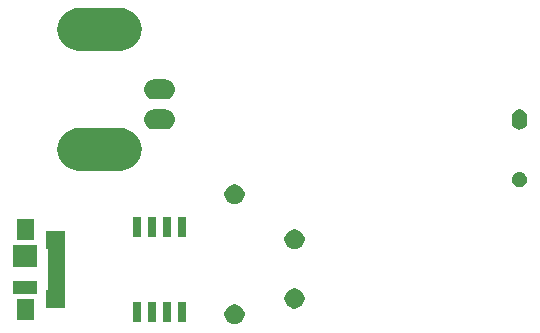
<source format=gbr>
G04 #@! TF.GenerationSoftware,KiCad,Pcbnew,(5.1.5)-3*
G04 #@! TF.CreationDate,2020-02-27T09:25:40+00:00*
G04 #@! TF.ProjectId,fast_diode_pcb,66617374-5f64-4696-9f64-655f7063622e,rev?*
G04 #@! TF.SameCoordinates,Original*
G04 #@! TF.FileFunction,Soldermask,Top*
G04 #@! TF.FilePolarity,Negative*
%FSLAX46Y46*%
G04 Gerber Fmt 4.6, Leading zero omitted, Abs format (unit mm)*
G04 Created by KiCad (PCBNEW (5.1.5)-3) date 2020-02-27 09:25:40*
%MOMM*%
%LPD*%
G04 APERTURE LIST*
%ADD10C,0.100000*%
G04 APERTURE END LIST*
D10*
G36*
X125978228Y-113481703D02*
G01*
X126133100Y-113545853D01*
X126272481Y-113638985D01*
X126391015Y-113757519D01*
X126484147Y-113896900D01*
X126548297Y-114051772D01*
X126581000Y-114216184D01*
X126581000Y-114383816D01*
X126548297Y-114548228D01*
X126484147Y-114703100D01*
X126391015Y-114842481D01*
X126272481Y-114961015D01*
X126133100Y-115054147D01*
X125978228Y-115118297D01*
X125813816Y-115151000D01*
X125646184Y-115151000D01*
X125481772Y-115118297D01*
X125326900Y-115054147D01*
X125187519Y-114961015D01*
X125068985Y-114842481D01*
X124975853Y-114703100D01*
X124911703Y-114548228D01*
X124879000Y-114383816D01*
X124879000Y-114216184D01*
X124911703Y-114051772D01*
X124975853Y-113896900D01*
X125068985Y-113757519D01*
X125187519Y-113638985D01*
X125326900Y-113545853D01*
X125481772Y-113481703D01*
X125646184Y-113449000D01*
X125813816Y-113449000D01*
X125978228Y-113481703D01*
G37*
G36*
X121544928Y-113241764D02*
G01*
X121566009Y-113248160D01*
X121585445Y-113258548D01*
X121602476Y-113272524D01*
X121616452Y-113289555D01*
X121626840Y-113308991D01*
X121633236Y-113330072D01*
X121636000Y-113358140D01*
X121636000Y-114821860D01*
X121633236Y-114849928D01*
X121626840Y-114871009D01*
X121616452Y-114890445D01*
X121602476Y-114907476D01*
X121585445Y-114921452D01*
X121566009Y-114931840D01*
X121544928Y-114938236D01*
X121516860Y-114941000D01*
X121053140Y-114941000D01*
X121025072Y-114938236D01*
X121003991Y-114931840D01*
X120984555Y-114921452D01*
X120967524Y-114907476D01*
X120953548Y-114890445D01*
X120943160Y-114871009D01*
X120936764Y-114849928D01*
X120934000Y-114821860D01*
X120934000Y-113358140D01*
X120936764Y-113330072D01*
X120943160Y-113308991D01*
X120953548Y-113289555D01*
X120967524Y-113272524D01*
X120984555Y-113258548D01*
X121003991Y-113248160D01*
X121025072Y-113241764D01*
X121053140Y-113239000D01*
X121516860Y-113239000D01*
X121544928Y-113241764D01*
G37*
G36*
X120274928Y-113241764D02*
G01*
X120296009Y-113248160D01*
X120315445Y-113258548D01*
X120332476Y-113272524D01*
X120346452Y-113289555D01*
X120356840Y-113308991D01*
X120363236Y-113330072D01*
X120366000Y-113358140D01*
X120366000Y-114821860D01*
X120363236Y-114849928D01*
X120356840Y-114871009D01*
X120346452Y-114890445D01*
X120332476Y-114907476D01*
X120315445Y-114921452D01*
X120296009Y-114931840D01*
X120274928Y-114938236D01*
X120246860Y-114941000D01*
X119783140Y-114941000D01*
X119755072Y-114938236D01*
X119733991Y-114931840D01*
X119714555Y-114921452D01*
X119697524Y-114907476D01*
X119683548Y-114890445D01*
X119673160Y-114871009D01*
X119666764Y-114849928D01*
X119664000Y-114821860D01*
X119664000Y-113358140D01*
X119666764Y-113330072D01*
X119673160Y-113308991D01*
X119683548Y-113289555D01*
X119697524Y-113272524D01*
X119714555Y-113258548D01*
X119733991Y-113248160D01*
X119755072Y-113241764D01*
X119783140Y-113239000D01*
X120246860Y-113239000D01*
X120274928Y-113241764D01*
G37*
G36*
X119004928Y-113241764D02*
G01*
X119026009Y-113248160D01*
X119045445Y-113258548D01*
X119062476Y-113272524D01*
X119076452Y-113289555D01*
X119086840Y-113308991D01*
X119093236Y-113330072D01*
X119096000Y-113358140D01*
X119096000Y-114821860D01*
X119093236Y-114849928D01*
X119086840Y-114871009D01*
X119076452Y-114890445D01*
X119062476Y-114907476D01*
X119045445Y-114921452D01*
X119026009Y-114931840D01*
X119004928Y-114938236D01*
X118976860Y-114941000D01*
X118513140Y-114941000D01*
X118485072Y-114938236D01*
X118463991Y-114931840D01*
X118444555Y-114921452D01*
X118427524Y-114907476D01*
X118413548Y-114890445D01*
X118403160Y-114871009D01*
X118396764Y-114849928D01*
X118394000Y-114821860D01*
X118394000Y-113358140D01*
X118396764Y-113330072D01*
X118403160Y-113308991D01*
X118413548Y-113289555D01*
X118427524Y-113272524D01*
X118444555Y-113258548D01*
X118463991Y-113248160D01*
X118485072Y-113241764D01*
X118513140Y-113239000D01*
X118976860Y-113239000D01*
X119004928Y-113241764D01*
G37*
G36*
X117734928Y-113241764D02*
G01*
X117756009Y-113248160D01*
X117775445Y-113258548D01*
X117792476Y-113272524D01*
X117806452Y-113289555D01*
X117816840Y-113308991D01*
X117823236Y-113330072D01*
X117826000Y-113358140D01*
X117826000Y-114821860D01*
X117823236Y-114849928D01*
X117816840Y-114871009D01*
X117806452Y-114890445D01*
X117792476Y-114907476D01*
X117775445Y-114921452D01*
X117756009Y-114931840D01*
X117734928Y-114938236D01*
X117706860Y-114941000D01*
X117243140Y-114941000D01*
X117215072Y-114938236D01*
X117193991Y-114931840D01*
X117174555Y-114921452D01*
X117157524Y-114907476D01*
X117143548Y-114890445D01*
X117133160Y-114871009D01*
X117126764Y-114849928D01*
X117124000Y-114821860D01*
X117124000Y-113358140D01*
X117126764Y-113330072D01*
X117133160Y-113308991D01*
X117143548Y-113289555D01*
X117157524Y-113272524D01*
X117174555Y-113258548D01*
X117193991Y-113248160D01*
X117215072Y-113241764D01*
X117243140Y-113239000D01*
X117706860Y-113239000D01*
X117734928Y-113241764D01*
G37*
G36*
X108721000Y-114741000D02*
G01*
X107319000Y-114741000D01*
X107319000Y-112989000D01*
X108721000Y-112989000D01*
X108721000Y-114741000D01*
G37*
G36*
X131058228Y-112131703D02*
G01*
X131213100Y-112195853D01*
X131352481Y-112288985D01*
X131471015Y-112407519D01*
X131564147Y-112546900D01*
X131628297Y-112701772D01*
X131661000Y-112866184D01*
X131661000Y-113033816D01*
X131628297Y-113198228D01*
X131564147Y-113353100D01*
X131471015Y-113492481D01*
X131352481Y-113611015D01*
X131213100Y-113704147D01*
X131058228Y-113768297D01*
X130893816Y-113801000D01*
X130726184Y-113801000D01*
X130561772Y-113768297D01*
X130406900Y-113704147D01*
X130267519Y-113611015D01*
X130148985Y-113492481D01*
X130055853Y-113353100D01*
X129991703Y-113198228D01*
X129959000Y-113033816D01*
X129959000Y-112866184D01*
X129991703Y-112701772D01*
X130055853Y-112546900D01*
X130148985Y-112407519D01*
X130267519Y-112288985D01*
X130406900Y-112195853D01*
X130561772Y-112131703D01*
X130726184Y-112099000D01*
X130893816Y-112099000D01*
X131058228Y-112131703D01*
G37*
G36*
X111421000Y-113741000D02*
G01*
X109769000Y-113741000D01*
X109769000Y-112214000D01*
X109814001Y-112214000D01*
X109838387Y-112211598D01*
X109861836Y-112204485D01*
X109883447Y-112192934D01*
X109902389Y-112177389D01*
X109917934Y-112158447D01*
X109929485Y-112136836D01*
X109936598Y-112113387D01*
X109939000Y-112089001D01*
X109939000Y-108890999D01*
X109936598Y-108866613D01*
X109929485Y-108843164D01*
X109917934Y-108821553D01*
X109902389Y-108802611D01*
X109883447Y-108787066D01*
X109861836Y-108775515D01*
X109838387Y-108768402D01*
X109814001Y-108766000D01*
X109769000Y-108766000D01*
X109769000Y-107239000D01*
X111421000Y-107239000D01*
X111421000Y-113741000D01*
G37*
G36*
X109021000Y-112591000D02*
G01*
X107019000Y-112591000D01*
X107019000Y-111489000D01*
X109021000Y-111489000D01*
X109021000Y-112591000D01*
G37*
G36*
X109021000Y-110291000D02*
G01*
X107019000Y-110291000D01*
X107019000Y-108389000D01*
X109021000Y-108389000D01*
X109021000Y-110291000D01*
G37*
G36*
X131058228Y-107131703D02*
G01*
X131213100Y-107195853D01*
X131352481Y-107288985D01*
X131471015Y-107407519D01*
X131564147Y-107546900D01*
X131628297Y-107701772D01*
X131661000Y-107866184D01*
X131661000Y-108033816D01*
X131628297Y-108198228D01*
X131564147Y-108353100D01*
X131471015Y-108492481D01*
X131352481Y-108611015D01*
X131213100Y-108704147D01*
X131058228Y-108768297D01*
X130893816Y-108801000D01*
X130726184Y-108801000D01*
X130561772Y-108768297D01*
X130406900Y-108704147D01*
X130267519Y-108611015D01*
X130148985Y-108492481D01*
X130055853Y-108353100D01*
X129991703Y-108198228D01*
X129959000Y-108033816D01*
X129959000Y-107866184D01*
X129991703Y-107701772D01*
X130055853Y-107546900D01*
X130148985Y-107407519D01*
X130267519Y-107288985D01*
X130406900Y-107195853D01*
X130561772Y-107131703D01*
X130726184Y-107099000D01*
X130893816Y-107099000D01*
X131058228Y-107131703D01*
G37*
G36*
X108721000Y-107991000D02*
G01*
X107319000Y-107991000D01*
X107319000Y-106239000D01*
X108721000Y-106239000D01*
X108721000Y-107991000D01*
G37*
G36*
X117734928Y-106041764D02*
G01*
X117756009Y-106048160D01*
X117775445Y-106058548D01*
X117792476Y-106072524D01*
X117806452Y-106089555D01*
X117816840Y-106108991D01*
X117823236Y-106130072D01*
X117826000Y-106158140D01*
X117826000Y-107621860D01*
X117823236Y-107649928D01*
X117816840Y-107671009D01*
X117806452Y-107690445D01*
X117792476Y-107707476D01*
X117775445Y-107721452D01*
X117756009Y-107731840D01*
X117734928Y-107738236D01*
X117706860Y-107741000D01*
X117243140Y-107741000D01*
X117215072Y-107738236D01*
X117193991Y-107731840D01*
X117174555Y-107721452D01*
X117157524Y-107707476D01*
X117143548Y-107690445D01*
X117133160Y-107671009D01*
X117126764Y-107649928D01*
X117124000Y-107621860D01*
X117124000Y-106158140D01*
X117126764Y-106130072D01*
X117133160Y-106108991D01*
X117143548Y-106089555D01*
X117157524Y-106072524D01*
X117174555Y-106058548D01*
X117193991Y-106048160D01*
X117215072Y-106041764D01*
X117243140Y-106039000D01*
X117706860Y-106039000D01*
X117734928Y-106041764D01*
G37*
G36*
X119004928Y-106041764D02*
G01*
X119026009Y-106048160D01*
X119045445Y-106058548D01*
X119062476Y-106072524D01*
X119076452Y-106089555D01*
X119086840Y-106108991D01*
X119093236Y-106130072D01*
X119096000Y-106158140D01*
X119096000Y-107621860D01*
X119093236Y-107649928D01*
X119086840Y-107671009D01*
X119076452Y-107690445D01*
X119062476Y-107707476D01*
X119045445Y-107721452D01*
X119026009Y-107731840D01*
X119004928Y-107738236D01*
X118976860Y-107741000D01*
X118513140Y-107741000D01*
X118485072Y-107738236D01*
X118463991Y-107731840D01*
X118444555Y-107721452D01*
X118427524Y-107707476D01*
X118413548Y-107690445D01*
X118403160Y-107671009D01*
X118396764Y-107649928D01*
X118394000Y-107621860D01*
X118394000Y-106158140D01*
X118396764Y-106130072D01*
X118403160Y-106108991D01*
X118413548Y-106089555D01*
X118427524Y-106072524D01*
X118444555Y-106058548D01*
X118463991Y-106048160D01*
X118485072Y-106041764D01*
X118513140Y-106039000D01*
X118976860Y-106039000D01*
X119004928Y-106041764D01*
G37*
G36*
X120274928Y-106041764D02*
G01*
X120296009Y-106048160D01*
X120315445Y-106058548D01*
X120332476Y-106072524D01*
X120346452Y-106089555D01*
X120356840Y-106108991D01*
X120363236Y-106130072D01*
X120366000Y-106158140D01*
X120366000Y-107621860D01*
X120363236Y-107649928D01*
X120356840Y-107671009D01*
X120346452Y-107690445D01*
X120332476Y-107707476D01*
X120315445Y-107721452D01*
X120296009Y-107731840D01*
X120274928Y-107738236D01*
X120246860Y-107741000D01*
X119783140Y-107741000D01*
X119755072Y-107738236D01*
X119733991Y-107731840D01*
X119714555Y-107721452D01*
X119697524Y-107707476D01*
X119683548Y-107690445D01*
X119673160Y-107671009D01*
X119666764Y-107649928D01*
X119664000Y-107621860D01*
X119664000Y-106158140D01*
X119666764Y-106130072D01*
X119673160Y-106108991D01*
X119683548Y-106089555D01*
X119697524Y-106072524D01*
X119714555Y-106058548D01*
X119733991Y-106048160D01*
X119755072Y-106041764D01*
X119783140Y-106039000D01*
X120246860Y-106039000D01*
X120274928Y-106041764D01*
G37*
G36*
X121544928Y-106041764D02*
G01*
X121566009Y-106048160D01*
X121585445Y-106058548D01*
X121602476Y-106072524D01*
X121616452Y-106089555D01*
X121626840Y-106108991D01*
X121633236Y-106130072D01*
X121636000Y-106158140D01*
X121636000Y-107621860D01*
X121633236Y-107649928D01*
X121626840Y-107671009D01*
X121616452Y-107690445D01*
X121602476Y-107707476D01*
X121585445Y-107721452D01*
X121566009Y-107731840D01*
X121544928Y-107738236D01*
X121516860Y-107741000D01*
X121053140Y-107741000D01*
X121025072Y-107738236D01*
X121003991Y-107731840D01*
X120984555Y-107721452D01*
X120967524Y-107707476D01*
X120953548Y-107690445D01*
X120943160Y-107671009D01*
X120936764Y-107649928D01*
X120934000Y-107621860D01*
X120934000Y-106158140D01*
X120936764Y-106130072D01*
X120943160Y-106108991D01*
X120953548Y-106089555D01*
X120967524Y-106072524D01*
X120984555Y-106058548D01*
X121003991Y-106048160D01*
X121025072Y-106041764D01*
X121053140Y-106039000D01*
X121516860Y-106039000D01*
X121544928Y-106041764D01*
G37*
G36*
X125978228Y-103321703D02*
G01*
X126133100Y-103385853D01*
X126272481Y-103478985D01*
X126391015Y-103597519D01*
X126484147Y-103736900D01*
X126548297Y-103891772D01*
X126581000Y-104056184D01*
X126581000Y-104223816D01*
X126548297Y-104388228D01*
X126484147Y-104543100D01*
X126391015Y-104682481D01*
X126272481Y-104801015D01*
X126133100Y-104894147D01*
X125978228Y-104958297D01*
X125813816Y-104991000D01*
X125646184Y-104991000D01*
X125481772Y-104958297D01*
X125326900Y-104894147D01*
X125187519Y-104801015D01*
X125068985Y-104682481D01*
X124975853Y-104543100D01*
X124911703Y-104388228D01*
X124879000Y-104223816D01*
X124879000Y-104056184D01*
X124911703Y-103891772D01*
X124975853Y-103736900D01*
X125068985Y-103597519D01*
X125187519Y-103478985D01*
X125326900Y-103385853D01*
X125481772Y-103321703D01*
X125646184Y-103289000D01*
X125813816Y-103289000D01*
X125978228Y-103321703D01*
G37*
G36*
X150049890Y-102244017D02*
G01*
X150168364Y-102293091D01*
X150274988Y-102364335D01*
X150365665Y-102455012D01*
X150436909Y-102561636D01*
X150485983Y-102680110D01*
X150511000Y-102805882D01*
X150511000Y-102934118D01*
X150485983Y-103059890D01*
X150436909Y-103178364D01*
X150365665Y-103284988D01*
X150274988Y-103375665D01*
X150168364Y-103446909D01*
X150168363Y-103446910D01*
X150168362Y-103446910D01*
X150049890Y-103495983D01*
X149924119Y-103521000D01*
X149795881Y-103521000D01*
X149670110Y-103495983D01*
X149551638Y-103446910D01*
X149551637Y-103446910D01*
X149551636Y-103446909D01*
X149445012Y-103375665D01*
X149354335Y-103284988D01*
X149283091Y-103178364D01*
X149234017Y-103059890D01*
X149209000Y-102934118D01*
X149209000Y-102805882D01*
X149234017Y-102680110D01*
X149283091Y-102561636D01*
X149354335Y-102455012D01*
X149445012Y-102364335D01*
X149551636Y-102293091D01*
X149670110Y-102244017D01*
X149795881Y-102219000D01*
X149924119Y-102219000D01*
X150049890Y-102244017D01*
G37*
G36*
X116188277Y-98533905D02*
G01*
X116403058Y-98555059D01*
X116742548Y-98658042D01*
X116742550Y-98658043D01*
X117055422Y-98825277D01*
X117055424Y-98825278D01*
X117055423Y-98825278D01*
X117329661Y-99050339D01*
X117554722Y-99324577D01*
X117721958Y-99637452D01*
X117824941Y-99976942D01*
X117859714Y-100330000D01*
X117824941Y-100683058D01*
X117721958Y-101022548D01*
X117721957Y-101022550D01*
X117554723Y-101335422D01*
X117329661Y-101609661D01*
X117055422Y-101834723D01*
X116742550Y-102001957D01*
X116742548Y-102001958D01*
X116403058Y-102104941D01*
X116226669Y-102122314D01*
X116138476Y-102131000D01*
X112461524Y-102131000D01*
X112373331Y-102122314D01*
X112196942Y-102104941D01*
X111857452Y-102001958D01*
X111857450Y-102001957D01*
X111544578Y-101834723D01*
X111270339Y-101609661D01*
X111045277Y-101335422D01*
X110878043Y-101022550D01*
X110878042Y-101022548D01*
X110775059Y-100683058D01*
X110740286Y-100330000D01*
X110775059Y-99976942D01*
X110878042Y-99637452D01*
X111045278Y-99324577D01*
X111270339Y-99050339D01*
X111544577Y-98825278D01*
X111544576Y-98825278D01*
X111544578Y-98825277D01*
X111857450Y-98658043D01*
X111857452Y-98658042D01*
X112196942Y-98555059D01*
X112411723Y-98533905D01*
X112461524Y-98529000D01*
X116138476Y-98529000D01*
X116188277Y-98533905D01*
G37*
G36*
X149987618Y-96948420D02*
G01*
X150078404Y-96975960D01*
X150110336Y-96985646D01*
X150223425Y-97046094D01*
X150322554Y-97127446D01*
X150403906Y-97226575D01*
X150464354Y-97339664D01*
X150464355Y-97339668D01*
X150501580Y-97462382D01*
X150511000Y-97558028D01*
X150511000Y-98021973D01*
X150501580Y-98117618D01*
X150474040Y-98208404D01*
X150464354Y-98240336D01*
X150403906Y-98353425D01*
X150322554Y-98452553D01*
X150223424Y-98533906D01*
X150110335Y-98594354D01*
X150078403Y-98604040D01*
X149987617Y-98631580D01*
X149860000Y-98644149D01*
X149732382Y-98631580D01*
X149641596Y-98604040D01*
X149609664Y-98594354D01*
X149496575Y-98533906D01*
X149397447Y-98452554D01*
X149316094Y-98353424D01*
X149255646Y-98240335D01*
X149245960Y-98208403D01*
X149218420Y-98117617D01*
X149209000Y-98021972D01*
X149209000Y-97558027D01*
X149218420Y-97462382D01*
X149255645Y-97339668D01*
X149255646Y-97339664D01*
X149316094Y-97226575D01*
X149397447Y-97127447D01*
X149496576Y-97046094D01*
X149609665Y-96985646D01*
X149641597Y-96975960D01*
X149732383Y-96948420D01*
X149860000Y-96935851D01*
X149987618Y-96948420D01*
G37*
G36*
X119996823Y-96951313D02*
G01*
X120157242Y-96999976D01*
X120243524Y-97046095D01*
X120305078Y-97078996D01*
X120434659Y-97185341D01*
X120541004Y-97314922D01*
X120541005Y-97314924D01*
X120620024Y-97462758D01*
X120668687Y-97623177D01*
X120685117Y-97790000D01*
X120668687Y-97956823D01*
X120620024Y-98117242D01*
X120554231Y-98240331D01*
X120541004Y-98265078D01*
X120434659Y-98394659D01*
X120305078Y-98501004D01*
X120305076Y-98501005D01*
X120157242Y-98580024D01*
X119996823Y-98628687D01*
X119871804Y-98641000D01*
X118888196Y-98641000D01*
X118763177Y-98628687D01*
X118602758Y-98580024D01*
X118454924Y-98501005D01*
X118454922Y-98501004D01*
X118325341Y-98394659D01*
X118218996Y-98265078D01*
X118205769Y-98240331D01*
X118139976Y-98117242D01*
X118091313Y-97956823D01*
X118074883Y-97790000D01*
X118091313Y-97623177D01*
X118139976Y-97462758D01*
X118218995Y-97314924D01*
X118218996Y-97314922D01*
X118325341Y-97185341D01*
X118454922Y-97078996D01*
X118516476Y-97046095D01*
X118602758Y-96999976D01*
X118763177Y-96951313D01*
X118888196Y-96939000D01*
X119871804Y-96939000D01*
X119996823Y-96951313D01*
G37*
G36*
X119996823Y-94411313D02*
G01*
X120157242Y-94459976D01*
X120289906Y-94530886D01*
X120305078Y-94538996D01*
X120434659Y-94645341D01*
X120541004Y-94774922D01*
X120541005Y-94774924D01*
X120620024Y-94922758D01*
X120668687Y-95083177D01*
X120685117Y-95250000D01*
X120668687Y-95416823D01*
X120620024Y-95577242D01*
X120549114Y-95709906D01*
X120541004Y-95725078D01*
X120434659Y-95854659D01*
X120305078Y-95961004D01*
X120305076Y-95961005D01*
X120157242Y-96040024D01*
X119996823Y-96088687D01*
X119871804Y-96101000D01*
X118888196Y-96101000D01*
X118763177Y-96088687D01*
X118602758Y-96040024D01*
X118454924Y-95961005D01*
X118454922Y-95961004D01*
X118325341Y-95854659D01*
X118218996Y-95725078D01*
X118210886Y-95709906D01*
X118139976Y-95577242D01*
X118091313Y-95416823D01*
X118074883Y-95250000D01*
X118091313Y-95083177D01*
X118139976Y-94922758D01*
X118218995Y-94774924D01*
X118218996Y-94774922D01*
X118325341Y-94645341D01*
X118454922Y-94538996D01*
X118470094Y-94530886D01*
X118602758Y-94459976D01*
X118763177Y-94411313D01*
X118888196Y-94399000D01*
X119871804Y-94399000D01*
X119996823Y-94411313D01*
G37*
G36*
X116226669Y-88377686D02*
G01*
X116403058Y-88395059D01*
X116742548Y-88498042D01*
X116742550Y-88498043D01*
X117055422Y-88665277D01*
X117055424Y-88665278D01*
X117055423Y-88665278D01*
X117329661Y-88890339D01*
X117554722Y-89164577D01*
X117721958Y-89477452D01*
X117824941Y-89816942D01*
X117859714Y-90170000D01*
X117824941Y-90523058D01*
X117721958Y-90862548D01*
X117721957Y-90862550D01*
X117554723Y-91175422D01*
X117329661Y-91449661D01*
X117055422Y-91674723D01*
X116742550Y-91841957D01*
X116742548Y-91841958D01*
X116403058Y-91944941D01*
X116226669Y-91962314D01*
X116138476Y-91971000D01*
X112461524Y-91971000D01*
X112373331Y-91962314D01*
X112196942Y-91944941D01*
X111857452Y-91841958D01*
X111857450Y-91841957D01*
X111544578Y-91674723D01*
X111270339Y-91449661D01*
X111045277Y-91175422D01*
X110878043Y-90862550D01*
X110878042Y-90862548D01*
X110775059Y-90523058D01*
X110740286Y-90170000D01*
X110775059Y-89816942D01*
X110878042Y-89477452D01*
X111045278Y-89164577D01*
X111270339Y-88890339D01*
X111544577Y-88665278D01*
X111544576Y-88665278D01*
X111544578Y-88665277D01*
X111857450Y-88498043D01*
X111857452Y-88498042D01*
X112196942Y-88395059D01*
X112373331Y-88377686D01*
X112461524Y-88369000D01*
X116138476Y-88369000D01*
X116226669Y-88377686D01*
G37*
M02*

</source>
